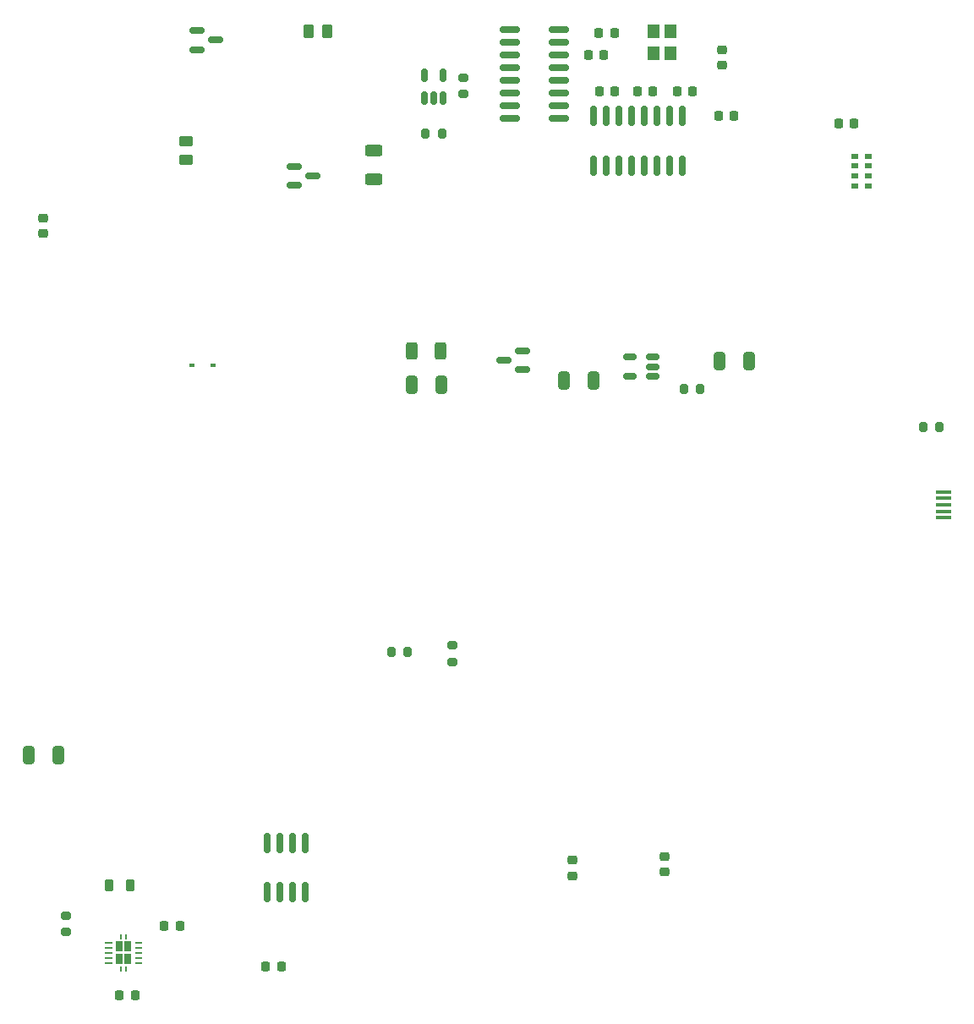
<source format=gbr>
%TF.GenerationSoftware,KiCad,Pcbnew,(6.0.2)*%
%TF.CreationDate,2022-04-08T22:35:16+02:00*%
%TF.ProjectId,main,6d61696e-2e6b-4696-9361-645f70636258,rev?*%
%TF.SameCoordinates,Original*%
%TF.FileFunction,Paste,Top*%
%TF.FilePolarity,Positive*%
%FSLAX46Y46*%
G04 Gerber Fmt 4.6, Leading zero omitted, Abs format (unit mm)*
G04 Created by KiCad (PCBNEW (6.0.2)) date 2022-04-08 22:35:16*
%MOMM*%
%LPD*%
G01*
G04 APERTURE LIST*
G04 Aperture macros list*
%AMRoundRect*
0 Rectangle with rounded corners*
0 $1 Rounding radius*
0 $2 $3 $4 $5 $6 $7 $8 $9 X,Y pos of 4 corners*
0 Add a 4 corners polygon primitive as box body*
4,1,4,$2,$3,$4,$5,$6,$7,$8,$9,$2,$3,0*
0 Add four circle primitives for the rounded corners*
1,1,$1+$1,$2,$3*
1,1,$1+$1,$4,$5*
1,1,$1+$1,$6,$7*
1,1,$1+$1,$8,$9*
0 Add four rect primitives between the rounded corners*
20,1,$1+$1,$2,$3,$4,$5,0*
20,1,$1+$1,$4,$5,$6,$7,0*
20,1,$1+$1,$6,$7,$8,$9,0*
20,1,$1+$1,$8,$9,$2,$3,0*%
G04 Aperture macros list end*
%ADD10RoundRect,0.250000X0.312500X0.625000X-0.312500X0.625000X-0.312500X-0.625000X0.312500X-0.625000X0*%
%ADD11RoundRect,0.200000X0.200000X0.275000X-0.200000X0.275000X-0.200000X-0.275000X0.200000X-0.275000X0*%
%ADD12RoundRect,0.150000X0.512500X0.150000X-0.512500X0.150000X-0.512500X-0.150000X0.512500X-0.150000X0*%
%ADD13RoundRect,0.225000X-0.225000X-0.250000X0.225000X-0.250000X0.225000X0.250000X-0.225000X0.250000X0*%
%ADD14RoundRect,0.225000X-0.250000X0.225000X-0.250000X-0.225000X0.250000X-0.225000X0.250000X0.225000X0*%
%ADD15RoundRect,0.200000X0.275000X-0.200000X0.275000X0.200000X-0.275000X0.200000X-0.275000X-0.200000X0*%
%ADD16RoundRect,0.250000X0.450000X-0.262500X0.450000X0.262500X-0.450000X0.262500X-0.450000X-0.262500X0*%
%ADD17RoundRect,0.218750X0.218750X0.381250X-0.218750X0.381250X-0.218750X-0.381250X0.218750X-0.381250X0*%
%ADD18RoundRect,0.225000X0.250000X-0.225000X0.250000X0.225000X-0.250000X0.225000X-0.250000X-0.225000X0*%
%ADD19RoundRect,0.250000X0.625000X-0.312500X0.625000X0.312500X-0.625000X0.312500X-0.625000X-0.312500X0*%
%ADD20R,0.720000X0.600000*%
%ADD21RoundRect,0.150000X-0.587500X-0.150000X0.587500X-0.150000X0.587500X0.150000X-0.587500X0.150000X0*%
%ADD22RoundRect,0.225000X0.225000X0.250000X-0.225000X0.250000X-0.225000X-0.250000X0.225000X-0.250000X0*%
%ADD23RoundRect,0.150000X-0.150000X0.825000X-0.150000X-0.825000X0.150000X-0.825000X0.150000X0.825000X0*%
%ADD24RoundRect,0.250000X0.262500X0.450000X-0.262500X0.450000X-0.262500X-0.450000X0.262500X-0.450000X0*%
%ADD25RoundRect,0.250000X-0.325000X-0.650000X0.325000X-0.650000X0.325000X0.650000X-0.325000X0.650000X0*%
%ADD26RoundRect,0.150000X0.587500X0.150000X-0.587500X0.150000X-0.587500X-0.150000X0.587500X-0.150000X0*%
%ADD27R,1.500000X0.450000*%
%ADD28RoundRect,0.250000X0.325000X0.650000X-0.325000X0.650000X-0.325000X-0.650000X0.325000X-0.650000X0*%
%ADD29RoundRect,0.150000X0.150000X-0.512500X0.150000X0.512500X-0.150000X0.512500X-0.150000X-0.512500X0*%
%ADD30RoundRect,0.150000X0.825000X0.150000X-0.825000X0.150000X-0.825000X-0.150000X0.825000X-0.150000X0*%
%ADD31R,1.200000X1.400000*%
%ADD32RoundRect,0.200000X-0.275000X0.200000X-0.275000X-0.200000X0.275000X-0.200000X0.275000X0.200000X0*%
%ADD33R,0.600000X0.450000*%
%ADD34RoundRect,0.200000X-0.200000X-0.275000X0.200000X-0.275000X0.200000X0.275000X-0.200000X0.275000X0*%
%ADD35O,0.800000X0.230000*%
%ADD36R,0.230000X0.230000*%
%ADD37R,0.260000X0.500000*%
%ADD38R,0.680000X1.050000*%
G04 APERTURE END LIST*
D10*
%TO.C,R17*%
X127862500Y-80500000D03*
X124937500Y-80500000D03*
%TD*%
D11*
%TO.C,R2*%
X153850000Y-84350000D03*
X152200000Y-84350000D03*
%TD*%
D12*
%TO.C,U1*%
X149087500Y-83050000D03*
X149087500Y-82100000D03*
X149087500Y-81150000D03*
X146812500Y-81150000D03*
X146812500Y-83050000D03*
%TD*%
D13*
%TO.C,C34*%
X147525000Y-54500000D03*
X149075000Y-54500000D03*
%TD*%
D14*
%TO.C,C30*%
X141050000Y-131525000D03*
X141050000Y-133075000D03*
%TD*%
D15*
%TO.C,R5*%
X90300000Y-138725000D03*
X90300000Y-137075000D03*
%TD*%
D16*
%TO.C,R16*%
X102350000Y-61362500D03*
X102350000Y-59537500D03*
%TD*%
D17*
%TO.C,L1*%
X96762500Y-134000000D03*
X94637500Y-134000000D03*
%TD*%
D18*
%TO.C,C10*%
X150250000Y-132675000D03*
X150250000Y-131125000D03*
%TD*%
D11*
%TO.C,R4*%
X177825000Y-88175000D03*
X176175000Y-88175000D03*
%TD*%
D19*
%TO.C,R18*%
X121150000Y-60437500D03*
X121150000Y-63362500D03*
%TD*%
D11*
%TO.C,R20*%
X124550000Y-110700000D03*
X122900000Y-110700000D03*
%TD*%
D15*
%TO.C,R24*%
X130150000Y-54825000D03*
X130150000Y-53175000D03*
%TD*%
D13*
%TO.C,C36*%
X143750000Y-54550000D03*
X145300000Y-54550000D03*
%TD*%
D20*
%TO.C,U8*%
X170700000Y-61015000D03*
X170700000Y-62005000D03*
X170700000Y-62995000D03*
X170700000Y-63985000D03*
X169300000Y-63985000D03*
X169300000Y-62995000D03*
X169300000Y-62005000D03*
X169300000Y-61015000D03*
%TD*%
D21*
%TO.C,Q5*%
X103462500Y-48450000D03*
X103462500Y-50350000D03*
X105337500Y-49400000D03*
%TD*%
D22*
%TO.C,C6*%
X97250000Y-145000000D03*
X95700000Y-145000000D03*
%TD*%
D23*
%TO.C,U11*%
X152045000Y-57025000D03*
X150775000Y-57025000D03*
X149505000Y-57025000D03*
X148235000Y-57025000D03*
X146965000Y-57025000D03*
X145695000Y-57025000D03*
X144425000Y-57025000D03*
X143155000Y-57025000D03*
X143155000Y-61975000D03*
X144425000Y-61975000D03*
X145695000Y-61975000D03*
X146965000Y-61975000D03*
X148235000Y-61975000D03*
X149505000Y-61975000D03*
X150775000Y-61975000D03*
X152045000Y-61975000D03*
%TD*%
D13*
%TO.C,C31*%
X142625000Y-50850000D03*
X144175000Y-50850000D03*
%TD*%
%TO.C,C33*%
X151525000Y-54550000D03*
X153075000Y-54550000D03*
%TD*%
D24*
%TO.C,R15*%
X116462500Y-48550000D03*
X114637500Y-48550000D03*
%TD*%
D25*
%TO.C,C5*%
X140200000Y-83450000D03*
X143150000Y-83450000D03*
%TD*%
D18*
%TO.C,C28*%
X156000000Y-51925000D03*
X156000000Y-50375000D03*
%TD*%
D23*
%TO.C,U9*%
X114305000Y-129775000D03*
X113035000Y-129775000D03*
X111765000Y-129775000D03*
X110495000Y-129775000D03*
X110495000Y-134725000D03*
X111765000Y-134725000D03*
X113035000Y-134725000D03*
X114305000Y-134725000D03*
%TD*%
D26*
%TO.C,Q4*%
X136087500Y-82400000D03*
X136087500Y-80500000D03*
X134212500Y-81450000D03*
%TD*%
D27*
%TO.C,J5*%
X178175000Y-94625000D03*
X178175000Y-95275000D03*
X178175000Y-95925000D03*
X178175000Y-96575000D03*
X178175000Y-97225000D03*
%TD*%
D13*
%TO.C,C7*%
X100175000Y-138100000D03*
X101725000Y-138100000D03*
%TD*%
D28*
%TO.C,C3*%
X158725000Y-81550000D03*
X155775000Y-81550000D03*
%TD*%
D13*
%TO.C,C9*%
X110350000Y-142200000D03*
X111900000Y-142200000D03*
%TD*%
D29*
%TO.C,U4*%
X126200000Y-55237500D03*
X127150000Y-55237500D03*
X128100000Y-55237500D03*
X128100000Y-52962500D03*
X126200000Y-52962500D03*
%TD*%
D30*
%TO.C,U10*%
X139725000Y-57245000D03*
X139725000Y-55975000D03*
X139725000Y-54705000D03*
X139725000Y-53435000D03*
X139725000Y-52165000D03*
X139725000Y-50895000D03*
X139725000Y-49625000D03*
X139725000Y-48355000D03*
X134775000Y-48355000D03*
X134775000Y-49625000D03*
X134775000Y-50895000D03*
X134775000Y-52165000D03*
X134775000Y-53435000D03*
X134775000Y-54705000D03*
X134775000Y-55975000D03*
X134775000Y-57245000D03*
%TD*%
D25*
%TO.C,C8*%
X86625000Y-121000000D03*
X89575000Y-121000000D03*
%TD*%
D21*
%TO.C,Q6*%
X113175000Y-62050000D03*
X113175000Y-63950000D03*
X115050000Y-63000000D03*
%TD*%
D31*
%TO.C,Y1*%
X150900000Y-50750000D03*
X150900000Y-48550000D03*
X149200000Y-48550000D03*
X149200000Y-50750000D03*
%TD*%
D13*
%TO.C,C35*%
X155675000Y-56950000D03*
X157225000Y-56950000D03*
%TD*%
D18*
%TO.C,C20*%
X88050000Y-68775000D03*
X88050000Y-67225000D03*
%TD*%
D22*
%TO.C,C29*%
X145250000Y-48650000D03*
X143700000Y-48650000D03*
%TD*%
D32*
%TO.C,R22*%
X129050000Y-110025000D03*
X129050000Y-111675000D03*
%TD*%
D33*
%TO.C,D5*%
X102950000Y-81950000D03*
X105050000Y-81950000D03*
%TD*%
D34*
%TO.C,R23*%
X126325000Y-58750000D03*
X127975000Y-58750000D03*
%TD*%
D35*
%TO.C,U3*%
X94625000Y-139800000D03*
D36*
X94340000Y-139800000D03*
D35*
X94625000Y-140300000D03*
D36*
X94340000Y-140300000D03*
D35*
X94625000Y-140800000D03*
D36*
X94340000Y-140800000D03*
X94340000Y-141300000D03*
D35*
X94625000Y-141300000D03*
X94625000Y-141800000D03*
D36*
X94340000Y-141800000D03*
D35*
X97575000Y-141800000D03*
D36*
X97860000Y-141800000D03*
X97860000Y-141300000D03*
D35*
X97575000Y-141300000D03*
D36*
X97860000Y-140800000D03*
D35*
X97575000Y-140800000D03*
X97575000Y-140300000D03*
D36*
X97860000Y-140300000D03*
D35*
X97575000Y-139800000D03*
D36*
X97860000Y-139800000D03*
D37*
X95850000Y-142430000D03*
X96350000Y-139170000D03*
D38*
X96550000Y-141435000D03*
D37*
X96350000Y-142430000D03*
X95850000Y-139170000D03*
D38*
X95650000Y-140165000D03*
X96550000Y-140165000D03*
X95650000Y-141435000D03*
%TD*%
D28*
%TO.C,C1*%
X127925000Y-83950000D03*
X124975000Y-83950000D03*
%TD*%
D22*
%TO.C,C32*%
X169250000Y-57750000D03*
X167700000Y-57750000D03*
%TD*%
M02*

</source>
